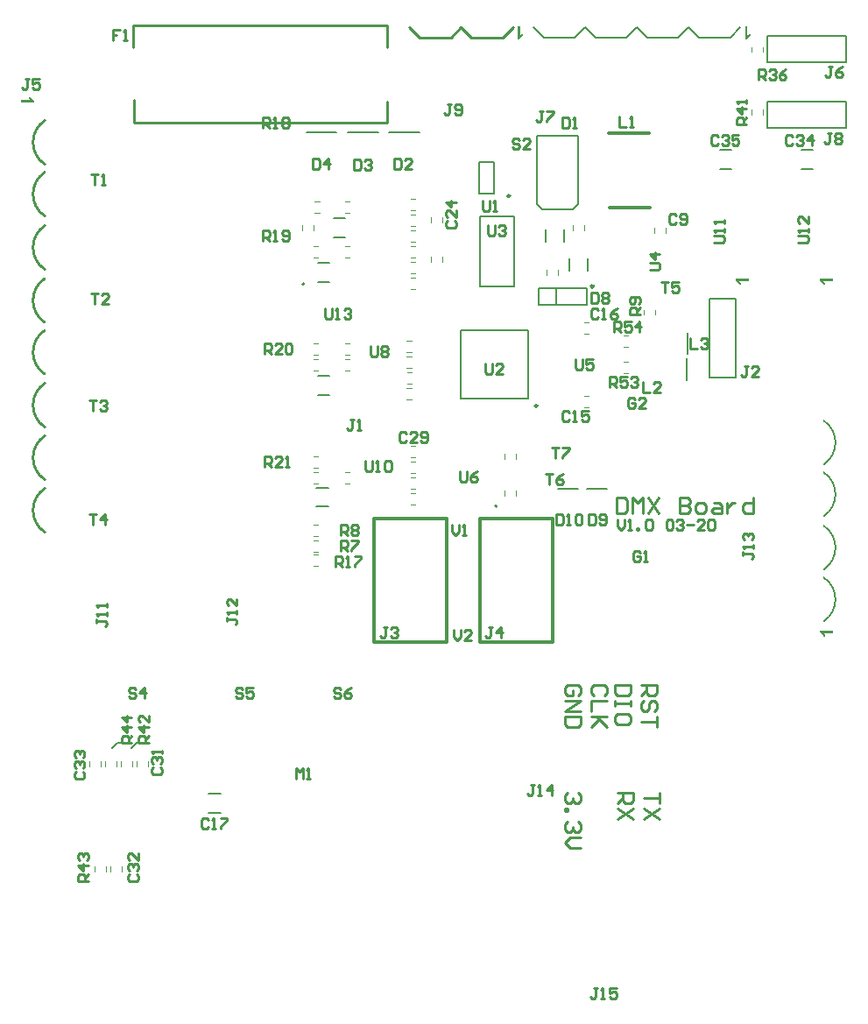
<source format=gto>
G04 Layer_Color=65535*
%FSLAX25Y25*%
%MOIN*%
G70*
G01*
G75*
%ADD40C,0.00787*%
%ADD90C,0.01000*%
%ADD91C,0.00827*%
%ADD92C,0.01181*%
%ADD93C,0.00984*%
%ADD94C,0.00394*%
%ADD95C,0.01200*%
%ADD96C,0.00591*%
%ADD97C,0.00748*%
G36*
X276937Y-98438D02*
X273285D01*
X273292Y-98446D01*
X273307Y-98460D01*
X273328Y-98489D01*
X273365Y-98533D01*
X273409Y-98584D01*
X273452Y-98642D01*
X273503Y-98715D01*
X273562Y-98796D01*
X273620Y-98883D01*
X273678Y-98978D01*
X273744Y-99080D01*
X273802Y-99189D01*
X273912Y-99423D01*
X274014Y-99685D01*
X273139D01*
Y-99678D01*
X273132Y-99670D01*
X273124Y-99649D01*
X273117Y-99619D01*
X273081Y-99546D01*
X273037Y-99444D01*
X272978Y-99321D01*
X272898Y-99182D01*
X272796Y-99029D01*
X272680Y-98869D01*
X272672Y-98861D01*
X272665Y-98847D01*
X272643Y-98825D01*
X272614Y-98796D01*
X272541Y-98715D01*
X272446Y-98628D01*
X272330Y-98526D01*
X272184Y-98424D01*
X272031Y-98329D01*
X271863Y-98256D01*
Y-97469D01*
X276937D01*
Y-98438D01*
D02*
G37*
G36*
X276312Y-4833D02*
X276320Y-4826D01*
X276334Y-4812D01*
X276363Y-4790D01*
X276407Y-4753D01*
X276458Y-4710D01*
X276517Y-4666D01*
X276589Y-4615D01*
X276670Y-4556D01*
X276757Y-4498D01*
X276852Y-4440D01*
X276954Y-4374D01*
X277063Y-4316D01*
X277297Y-4206D01*
X277559Y-4104D01*
Y-4979D01*
X277552D01*
X277544Y-4986D01*
X277523Y-4994D01*
X277493Y-5001D01*
X277421Y-5037D01*
X277319Y-5081D01*
X277195Y-5140D01*
X277056Y-5220D01*
X276903Y-5322D01*
X276743Y-5438D01*
X276735Y-5446D01*
X276721Y-5453D01*
X276699Y-5475D01*
X276670Y-5504D01*
X276589Y-5577D01*
X276502Y-5672D01*
X276400Y-5788D01*
X276298Y-5934D01*
X276203Y-6087D01*
X276130Y-6255D01*
X275343D01*
Y-1181D01*
X276312D01*
Y-4833D01*
D02*
G37*
G36*
X189698D02*
X189706Y-4826D01*
X189720Y-4812D01*
X189749Y-4790D01*
X189793Y-4753D01*
X189844Y-4710D01*
X189902Y-4666D01*
X189975Y-4615D01*
X190056Y-4556D01*
X190143Y-4498D01*
X190238Y-4440D01*
X190340Y-4374D01*
X190449Y-4316D01*
X190682Y-4206D01*
X190945Y-4104D01*
Y-4979D01*
X190938D01*
X190930Y-4986D01*
X190908Y-4994D01*
X190879Y-5001D01*
X190806Y-5037D01*
X190704Y-5081D01*
X190580Y-5140D01*
X190442Y-5220D01*
X190289Y-5322D01*
X190128Y-5438D01*
X190121Y-5446D01*
X190106Y-5453D01*
X190085Y-5475D01*
X190056Y-5504D01*
X189975Y-5577D01*
X189888Y-5672D01*
X189786Y-5788D01*
X189684Y-5934D01*
X189589Y-6087D01*
X189516Y-6255D01*
X188729D01*
Y-1181D01*
X189698D01*
Y-4833D01*
D02*
G37*
G36*
X3542Y-28204D02*
X3550Y-28211D01*
X3557Y-28233D01*
X3564Y-28262D01*
X3601Y-28335D01*
X3644Y-28437D01*
X3703Y-28561D01*
X3783Y-28700D01*
X3885Y-28853D01*
X4002Y-29013D01*
X4009Y-29021D01*
X4016Y-29035D01*
X4038Y-29057D01*
X4067Y-29086D01*
X4140Y-29166D01*
X4235Y-29254D01*
X4351Y-29356D01*
X4497Y-29458D01*
X4650Y-29553D01*
X4818Y-29626D01*
Y-30413D01*
X-256D01*
Y-29443D01*
X3396D01*
X3389Y-29436D01*
X3374Y-29422D01*
X3353Y-29392D01*
X3316Y-29349D01*
X3272Y-29298D01*
X3229Y-29239D01*
X3178Y-29166D01*
X3119Y-29086D01*
X3061Y-28999D01*
X3003Y-28904D01*
X2937Y-28802D01*
X2879Y-28693D01*
X2770Y-28459D01*
X2667Y-28197D01*
X3542D01*
Y-28204D01*
D02*
G37*
G36*
X309000Y-232253D02*
X305348D01*
X305355Y-232261D01*
X305370Y-232275D01*
X305391Y-232304D01*
X305428Y-232348D01*
X305472Y-232399D01*
X305515Y-232457D01*
X305566Y-232530D01*
X305625Y-232611D01*
X305683Y-232698D01*
X305741Y-232793D01*
X305807Y-232895D01*
X305865Y-233004D01*
X305975Y-233238D01*
X306077Y-233500D01*
X305202D01*
Y-233493D01*
X305195Y-233485D01*
X305187Y-233464D01*
X305180Y-233434D01*
X305144Y-233362D01*
X305100Y-233259D01*
X305042Y-233136D01*
X304961Y-232997D01*
X304859Y-232844D01*
X304743Y-232683D01*
X304735Y-232676D01*
X304728Y-232662D01*
X304706Y-232640D01*
X304677Y-232611D01*
X304604Y-232530D01*
X304509Y-232443D01*
X304393Y-232341D01*
X304247Y-232239D01*
X304094Y-232144D01*
X303926Y-232071D01*
Y-231284D01*
X309000D01*
Y-232253D01*
D02*
G37*
G36*
X308937Y-98438D02*
X305285D01*
X305292Y-98446D01*
X305307Y-98460D01*
X305328Y-98489D01*
X305365Y-98533D01*
X305409Y-98584D01*
X305452Y-98642D01*
X305503Y-98715D01*
X305562Y-98796D01*
X305620Y-98883D01*
X305678Y-98978D01*
X305744Y-99080D01*
X305802Y-99189D01*
X305912Y-99423D01*
X306014Y-99685D01*
X305139D01*
Y-99678D01*
X305132Y-99670D01*
X305124Y-99649D01*
X305117Y-99619D01*
X305081Y-99546D01*
X305037Y-99444D01*
X304978Y-99321D01*
X304898Y-99182D01*
X304796Y-99029D01*
X304680Y-98869D01*
X304672Y-98861D01*
X304665Y-98847D01*
X304643Y-98825D01*
X304614Y-98796D01*
X304541Y-98715D01*
X304446Y-98628D01*
X304330Y-98526D01*
X304184Y-98424D01*
X304031Y-98329D01*
X303863Y-98256D01*
Y-97469D01*
X308937D01*
Y-98438D01*
D02*
G37*
D40*
X107614Y-99370D02*
G03*
X107614Y-99370I-394J0D01*
G01*
X112236Y-176866D02*
X116764D01*
X112236Y-183953D02*
X116764D01*
X112736Y-91457D02*
X117264D01*
X112736Y-98543D02*
X117264D01*
X118736Y-74457D02*
X123264D01*
X118736Y-81543D02*
X123264D01*
X272000Y-135000D02*
Y-105000D01*
X262000D02*
X272000D01*
X262000Y-135000D02*
Y-105000D01*
Y-135000D02*
X272000D01*
X284000Y-5000D02*
X314000D01*
X284000Y-15000D02*
Y-5000D01*
Y-15000D02*
X314000D01*
Y-5000D01*
X284000Y-30000D02*
X314000D01*
X284000Y-40000D02*
Y-30000D01*
Y-40000D02*
X314000D01*
Y-30000D01*
X296736Y-48457D02*
X301264D01*
X296736Y-55543D02*
X301264D01*
X210630Y-5512D02*
X214567Y-1575D01*
X194882D02*
X198819Y-5512D01*
X210630D01*
X218504D02*
X230315D01*
X214567Y-1575D02*
X218504Y-5512D01*
X230315D02*
X234252Y-1575D01*
X238189Y-5512D02*
X250000D01*
X234252Y-1575D02*
X238189Y-5512D01*
X250000D02*
X253937Y-1575D01*
X257874Y-5512D02*
X269685D01*
X253937Y-1575D02*
X257874Y-5512D01*
X269685D02*
X273622Y-1575D01*
X196126Y-43024D02*
X211874D01*
X209906Y-70976D02*
X211874Y-69008D01*
X196126D02*
X198094Y-70976D01*
X209906D02*
X211874Y-69008D01*
Y-43024D01*
X198094Y-70976D02*
X209906D01*
X196126Y-69008D02*
X198094Y-70976D01*
X196126Y-69008D02*
Y-43024D01*
X112736Y-134457D02*
X117264D01*
X112736Y-141543D02*
X117264D01*
X36500Y-274000D02*
X38500D01*
X34500Y-276000D02*
X36500Y-274000D01*
X42000Y-276000D02*
X44250Y-273750D01*
X71224Y-293457D02*
X75752D01*
X71224Y-300543D02*
X75752D01*
X265736Y-48457D02*
X270264D01*
X265736Y-55543D02*
X270264D01*
X199457Y-83264D02*
Y-78736D01*
X206543Y-83264D02*
Y-78736D01*
X196945Y-107150D02*
X215055D01*
X196945D02*
Y-100850D01*
X215055D01*
Y-107150D02*
Y-100850D01*
X203638Y-107150D02*
Y-100850D01*
X208457Y-94264D02*
Y-89736D01*
X215543Y-94264D02*
Y-89736D01*
X179953Y-65102D02*
Y-52898D01*
X174047Y-65102D02*
Y-52898D01*
Y-65102D02*
X179953D01*
X174047Y-52898D02*
X179953D01*
X174602Y-73811D02*
X187398D01*
X174602Y-100189D02*
X187398D01*
Y-73811D01*
X174602Y-100189D02*
Y-73811D01*
X167008Y-117008D02*
X192992D01*
X167008Y-142992D02*
X192992D01*
X167008D02*
Y-117008D01*
X192992Y-142992D02*
Y-117008D01*
D90*
X8862Y-177180D02*
G03*
X8862Y-193821I5547J-8320D01*
G01*
Y-157179D02*
G03*
X8862Y-173820I5547J-8320D01*
G01*
Y-137180D02*
G03*
X8862Y-153821I5547J-8320D01*
G01*
Y-117022D02*
G03*
X8862Y-133663I5547J-8320D01*
G01*
Y-97337D02*
G03*
X8862Y-113978I5547J-8320D01*
G01*
Y-77179D02*
G03*
X8862Y-93821I5547J-8320D01*
G01*
Y-56865D02*
G03*
X8862Y-73506I5547J-8320D01*
G01*
Y-37179D02*
G03*
X8862Y-53821I5547J-8320D01*
G01*
X227500Y-35564D02*
Y-39500D01*
X230124D01*
X231436D02*
X232748D01*
X232092D01*
Y-35564D01*
X231436Y-36220D01*
X206000Y-36064D02*
Y-40000D01*
X207968D01*
X208624Y-39344D01*
Y-36720D01*
X207968Y-36064D01*
X206000D01*
X209936Y-40000D02*
X211248D01*
X210592D01*
Y-36064D01*
X209936Y-36720D01*
X179124Y-230064D02*
X177812D01*
X178468D01*
Y-233344D01*
X177812Y-234000D01*
X177156D01*
X176500Y-233344D01*
X182404Y-234000D02*
Y-230064D01*
X180436Y-232032D01*
X183060D01*
X139124Y-230064D02*
X137812D01*
X138468D01*
Y-233344D01*
X137812Y-234000D01*
X137156D01*
X136500Y-233344D01*
X140436Y-230720D02*
X141092Y-230064D01*
X142404D01*
X143060Y-230720D01*
Y-231376D01*
X142404Y-232032D01*
X141748D01*
X142404D01*
X143060Y-232688D01*
Y-233344D01*
X142404Y-234000D01*
X141092D01*
X140436Y-233344D01*
X115500Y-108564D02*
Y-111844D01*
X116156Y-112500D01*
X117468D01*
X118124Y-111844D01*
Y-108564D01*
X119436Y-112500D02*
X120748D01*
X120092D01*
Y-108564D01*
X119436Y-109220D01*
X122715D02*
X123372Y-108564D01*
X124683D01*
X125339Y-109220D01*
Y-109876D01*
X124683Y-110532D01*
X124027D01*
X124683D01*
X125339Y-111188D01*
Y-111844D01*
X124683Y-112500D01*
X123372D01*
X122715Y-111844D01*
X249124Y-73220D02*
X248468Y-72564D01*
X247156D01*
X246500Y-73220D01*
Y-75844D01*
X247156Y-76500D01*
X248468D01*
X249124Y-75844D01*
X250436D02*
X251092Y-76500D01*
X252404D01*
X253060Y-75844D01*
Y-73220D01*
X252404Y-72564D01*
X251092D01*
X250436Y-73220D01*
Y-73876D01*
X251092Y-74532D01*
X253060D01*
X208624Y-148220D02*
X207968Y-147564D01*
X206656D01*
X206000Y-148220D01*
Y-150844D01*
X206656Y-151500D01*
X207968D01*
X208624Y-150844D01*
X209936Y-151500D02*
X211248D01*
X210592D01*
Y-147564D01*
X209936Y-148220D01*
X215839Y-147564D02*
X213215D01*
Y-149532D01*
X214527Y-148876D01*
X215183D01*
X215839Y-149532D01*
Y-150844D01*
X215183Y-151500D01*
X213872D01*
X213215Y-150844D01*
X219624Y-109220D02*
X218968Y-108564D01*
X217656D01*
X217000Y-109220D01*
Y-111844D01*
X217656Y-112500D01*
X218968D01*
X219624Y-111844D01*
X220936Y-112500D02*
X222248D01*
X221592D01*
Y-108564D01*
X220936Y-109220D01*
X226839Y-108564D02*
X225527Y-109220D01*
X224216Y-110532D01*
Y-111844D01*
X224871Y-112500D01*
X226183D01*
X226839Y-111844D01*
Y-111188D01*
X226183Y-110532D01*
X224216D01*
X71124Y-303220D02*
X70468Y-302564D01*
X69156D01*
X68500Y-303220D01*
Y-305844D01*
X69156Y-306500D01*
X70468D01*
X71124Y-305844D01*
X72436Y-306500D02*
X73748D01*
X73092D01*
Y-302564D01*
X72436Y-303220D01*
X75716Y-302564D02*
X78339D01*
Y-303220D01*
X75716Y-305844D01*
Y-306500D01*
X162220Y-75376D02*
X161564Y-76032D01*
Y-77344D01*
X162220Y-78000D01*
X164844D01*
X165500Y-77344D01*
Y-76032D01*
X164844Y-75376D01*
X165500Y-71440D02*
Y-74064D01*
X162876Y-71440D01*
X162220D01*
X161564Y-72096D01*
Y-73408D01*
X162220Y-74064D01*
X165500Y-68161D02*
X161564D01*
X163532Y-70129D01*
Y-67505D01*
X146624Y-156220D02*
X145968Y-155564D01*
X144656D01*
X144000Y-156220D01*
Y-158844D01*
X144656Y-159500D01*
X145968D01*
X146624Y-158844D01*
X150560Y-159500D02*
X147936D01*
X150560Y-156876D01*
Y-156220D01*
X149904Y-155564D01*
X148592D01*
X147936Y-156220D01*
X151872Y-158844D02*
X152527Y-159500D01*
X153839D01*
X154495Y-158844D01*
Y-156220D01*
X153839Y-155564D01*
X152527D01*
X151872Y-156220D01*
Y-156876D01*
X152527Y-157532D01*
X154495D01*
X50220Y-283376D02*
X49564Y-284032D01*
Y-285344D01*
X50220Y-286000D01*
X52844D01*
X53500Y-285344D01*
Y-284032D01*
X52844Y-283376D01*
X50220Y-282064D02*
X49564Y-281408D01*
Y-280096D01*
X50220Y-279440D01*
X50876D01*
X51532Y-280096D01*
Y-280752D01*
Y-280096D01*
X52188Y-279440D01*
X52844D01*
X53500Y-280096D01*
Y-281408D01*
X52844Y-282064D01*
X53500Y-278129D02*
Y-276817D01*
Y-277473D01*
X49564D01*
X50220Y-278129D01*
X41220Y-323876D02*
X40564Y-324532D01*
Y-325844D01*
X41220Y-326500D01*
X43844D01*
X44500Y-325844D01*
Y-324532D01*
X43844Y-323876D01*
X41220Y-322564D02*
X40564Y-321908D01*
Y-320596D01*
X41220Y-319940D01*
X41876D01*
X42532Y-320596D01*
Y-321252D01*
Y-320596D01*
X43188Y-319940D01*
X43844D01*
X44500Y-320596D01*
Y-321908D01*
X43844Y-322564D01*
X44500Y-316005D02*
Y-318629D01*
X41876Y-316005D01*
X41220D01*
X40564Y-316661D01*
Y-317973D01*
X41220Y-318629D01*
X20720Y-284876D02*
X20064Y-285532D01*
Y-286844D01*
X20720Y-287500D01*
X23344D01*
X24000Y-286844D01*
Y-285532D01*
X23344Y-284876D01*
X20720Y-283564D02*
X20064Y-282908D01*
Y-281596D01*
X20720Y-280940D01*
X21376D01*
X22032Y-281596D01*
Y-282252D01*
Y-281596D01*
X22688Y-280940D01*
X23344D01*
X24000Y-281596D01*
Y-282908D01*
X23344Y-283564D01*
X20720Y-279628D02*
X20064Y-278973D01*
Y-277661D01*
X20720Y-277005D01*
X21376D01*
X22032Y-277661D01*
Y-278317D01*
Y-277661D01*
X22688Y-277005D01*
X23344D01*
X24000Y-277661D01*
Y-278973D01*
X23344Y-279628D01*
X293624Y-43220D02*
X292968Y-42564D01*
X291656D01*
X291000Y-43220D01*
Y-45844D01*
X291656Y-46500D01*
X292968D01*
X293624Y-45844D01*
X294936Y-43220D02*
X295592Y-42564D01*
X296904D01*
X297560Y-43220D01*
Y-43876D01*
X296904Y-44532D01*
X296248D01*
X296904D01*
X297560Y-45188D01*
Y-45844D01*
X296904Y-46500D01*
X295592D01*
X294936Y-45844D01*
X300839Y-46500D02*
Y-42564D01*
X298871Y-44532D01*
X301495D01*
X265124Y-43220D02*
X264468Y-42564D01*
X263156D01*
X262500Y-43220D01*
Y-45844D01*
X263156Y-46500D01*
X264468D01*
X265124Y-45844D01*
X266436Y-43220D02*
X267092Y-42564D01*
X268404D01*
X269060Y-43220D01*
Y-43876D01*
X268404Y-44532D01*
X267748D01*
X268404D01*
X269060Y-45188D01*
Y-45844D01*
X268404Y-46500D01*
X267092D01*
X266436Y-45844D01*
X272995Y-42564D02*
X270372D01*
Y-44532D01*
X271683Y-43876D01*
X272339D01*
X272995Y-44532D01*
Y-45844D01*
X272339Y-46500D01*
X271027D01*
X270372Y-45844D01*
X142000Y-51564D02*
Y-55500D01*
X143968D01*
X144624Y-54844D01*
Y-52220D01*
X143968Y-51564D01*
X142000D01*
X148560Y-55500D02*
X145936D01*
X148560Y-52876D01*
Y-52220D01*
X147904Y-51564D01*
X146592D01*
X145936Y-52220D01*
X126500Y-52064D02*
Y-56000D01*
X128468D01*
X129124Y-55344D01*
Y-52720D01*
X128468Y-52064D01*
X126500D01*
X130436Y-52720D02*
X131092Y-52064D01*
X132404D01*
X133060Y-52720D01*
Y-53376D01*
X132404Y-54032D01*
X131748D01*
X132404D01*
X133060Y-54688D01*
Y-55344D01*
X132404Y-56000D01*
X131092D01*
X130436Y-55344D01*
X111000Y-51564D02*
Y-55500D01*
X112968D01*
X113624Y-54844D01*
Y-52220D01*
X112968Y-51564D01*
X111000D01*
X116904Y-55500D02*
Y-51564D01*
X114936Y-53532D01*
X117560D01*
X217000Y-102564D02*
Y-106500D01*
X218968D01*
X219624Y-105844D01*
Y-103220D01*
X218968Y-102564D01*
X217000D01*
X220936Y-103220D02*
X221592Y-102564D01*
X222904D01*
X223560Y-103220D01*
Y-103876D01*
X222904Y-104532D01*
X223560Y-105188D01*
Y-105844D01*
X222904Y-106500D01*
X221592D01*
X220936Y-105844D01*
Y-105188D01*
X221592Y-104532D01*
X220936Y-103876D01*
Y-103220D01*
X221592Y-104532D02*
X222904D01*
X216000Y-187064D02*
Y-191000D01*
X217968D01*
X218624Y-190344D01*
Y-187720D01*
X217968Y-187064D01*
X216000D01*
X219936Y-190344D02*
X220592Y-191000D01*
X221904D01*
X222560Y-190344D01*
Y-187720D01*
X221904Y-187064D01*
X220592D01*
X219936Y-187720D01*
Y-188376D01*
X220592Y-189032D01*
X222560D01*
X203500Y-187064D02*
Y-191000D01*
X205468D01*
X206124Y-190344D01*
Y-187720D01*
X205468Y-187064D01*
X203500D01*
X207436Y-191000D02*
X208748D01*
X208092D01*
Y-187064D01*
X207436Y-187720D01*
X210716D02*
X211371Y-187064D01*
X212683D01*
X213339Y-187720D01*
Y-190344D01*
X212683Y-191000D01*
X211371D01*
X210716Y-190344D01*
Y-187720D01*
X235624Y-201720D02*
X234968Y-201064D01*
X233656D01*
X233000Y-201720D01*
Y-204344D01*
X233656Y-205000D01*
X234968D01*
X235624Y-204344D01*
Y-203032D01*
X234312D01*
X236936Y-205000D02*
X238248D01*
X237592D01*
Y-201064D01*
X236936Y-201720D01*
X233624Y-143220D02*
X232968Y-142564D01*
X231656D01*
X231000Y-143220D01*
Y-145844D01*
X231656Y-146500D01*
X232968D01*
X233624Y-145844D01*
Y-144532D01*
X232312D01*
X237560Y-146500D02*
X234936D01*
X237560Y-143876D01*
Y-143220D01*
X236904Y-142564D01*
X235592D01*
X234936Y-143220D01*
X276624Y-130564D02*
X275312D01*
X275968D01*
Y-133844D01*
X275312Y-134500D01*
X274656D01*
X274000Y-133844D01*
X280560Y-134500D02*
X277936D01*
X280560Y-131876D01*
Y-131220D01*
X279904Y-130564D01*
X278592D01*
X277936Y-131220D01*
X308624Y-16564D02*
X307312D01*
X307968D01*
Y-19844D01*
X307312Y-20500D01*
X306656D01*
X306000Y-19844D01*
X312560Y-16564D02*
X311248Y-17220D01*
X309936Y-18532D01*
Y-19844D01*
X310592Y-20500D01*
X311904D01*
X312560Y-19844D01*
Y-19188D01*
X311904Y-18532D01*
X309936D01*
X198624Y-33564D02*
X197312D01*
X197968D01*
Y-36844D01*
X197312Y-37500D01*
X196656D01*
X196000Y-36844D01*
X199936Y-33564D02*
X202560D01*
Y-34220D01*
X199936Y-36844D01*
Y-37500D01*
X308124Y-42064D02*
X306812D01*
X307468D01*
Y-45344D01*
X306812Y-46000D01*
X306156D01*
X305500Y-45344D01*
X309436Y-42720D02*
X310092Y-42064D01*
X311404D01*
X312060Y-42720D01*
Y-43376D01*
X311404Y-44032D01*
X312060Y-44688D01*
Y-45344D01*
X311404Y-46000D01*
X310092D01*
X309436Y-45344D01*
Y-44688D01*
X310092Y-44032D01*
X309436Y-43376D01*
Y-42720D01*
X310092Y-44032D02*
X311404D01*
X163624Y-31064D02*
X162312D01*
X162968D01*
Y-34344D01*
X162312Y-35000D01*
X161656D01*
X161000Y-34344D01*
X164936D02*
X165592Y-35000D01*
X166904D01*
X167560Y-34344D01*
Y-31720D01*
X166904Y-31064D01*
X165592D01*
X164936Y-31720D01*
Y-32376D01*
X165592Y-33032D01*
X167560D01*
X28564Y-226876D02*
Y-228188D01*
Y-227532D01*
X31844D01*
X32500Y-228188D01*
Y-228844D01*
X31844Y-229500D01*
X32500Y-225564D02*
Y-224252D01*
Y-224908D01*
X28564D01*
X29220Y-225564D01*
X32500Y-222285D02*
Y-220973D01*
Y-221628D01*
X28564D01*
X29220Y-222285D01*
X78064Y-226376D02*
Y-227688D01*
Y-227032D01*
X81344D01*
X82000Y-227688D01*
Y-228344D01*
X81344Y-229000D01*
X82000Y-225064D02*
Y-223752D01*
Y-224408D01*
X78064D01*
X78720Y-225064D01*
X82000Y-219161D02*
Y-221784D01*
X79376Y-219161D01*
X78720D01*
X78064Y-219817D01*
Y-221129D01*
X78720Y-221784D01*
X274564Y-201376D02*
Y-202688D01*
Y-202032D01*
X277844D01*
X278500Y-202688D01*
Y-203344D01*
X277844Y-204000D01*
X278500Y-200064D02*
Y-198752D01*
Y-199408D01*
X274564D01*
X275220Y-200064D01*
Y-196784D02*
X274564Y-196128D01*
Y-194817D01*
X275220Y-194161D01*
X275876D01*
X276532Y-194817D01*
Y-195473D01*
Y-194817D01*
X277188Y-194161D01*
X277844D01*
X278500Y-194817D01*
Y-196128D01*
X277844Y-196784D01*
X236500Y-136564D02*
Y-140500D01*
X239124D01*
X243060D02*
X240436D01*
X243060Y-137876D01*
Y-137220D01*
X242404Y-136564D01*
X241092D01*
X240436Y-137220D01*
X254500Y-120064D02*
Y-124000D01*
X257124D01*
X258436Y-120720D02*
X259092Y-120064D01*
X260404D01*
X261060Y-120720D01*
Y-121376D01*
X260404Y-122032D01*
X259748D01*
X260404D01*
X261060Y-122688D01*
Y-123344D01*
X260404Y-124000D01*
X259092D01*
X258436Y-123344D01*
X104500Y-287500D02*
Y-283564D01*
X105812Y-284876D01*
X107124Y-283564D01*
Y-287500D01*
X108436D02*
X109748D01*
X109092D01*
Y-283564D01*
X108436Y-284220D01*
X121500Y-201000D02*
Y-197064D01*
X123468D01*
X124124Y-197720D01*
Y-199032D01*
X123468Y-199688D01*
X121500D01*
X122812D02*
X124124Y-201000D01*
X125436Y-197064D02*
X128060D01*
Y-197720D01*
X125436Y-200344D01*
Y-201000D01*
X121500Y-195000D02*
Y-191064D01*
X123468D01*
X124124Y-191720D01*
Y-193032D01*
X123468Y-193688D01*
X121500D01*
X122812D02*
X124124Y-195000D01*
X125436Y-191720D02*
X126092Y-191064D01*
X127404D01*
X128060Y-191720D01*
Y-192376D01*
X127404Y-193032D01*
X128060Y-193688D01*
Y-194344D01*
X127404Y-195000D01*
X126092D01*
X125436Y-194344D01*
Y-193688D01*
X126092Y-193032D01*
X125436Y-192376D01*
Y-191720D01*
X126092Y-193032D02*
X127404D01*
X235500Y-111000D02*
X231564D01*
Y-109032D01*
X232220Y-108376D01*
X233532D01*
X234188Y-109032D01*
Y-111000D01*
Y-109688D02*
X235500Y-108376D01*
X234844Y-107064D02*
X235500Y-106408D01*
Y-105096D01*
X234844Y-104440D01*
X232220D01*
X231564Y-105096D01*
Y-106408D01*
X232220Y-107064D01*
X232876D01*
X233532Y-106408D01*
Y-104440D01*
X119500Y-207000D02*
Y-203064D01*
X121468D01*
X122124Y-203720D01*
Y-205032D01*
X121468Y-205688D01*
X119500D01*
X120812D02*
X122124Y-207000D01*
X123436D02*
X124748D01*
X124092D01*
Y-203064D01*
X123436Y-203720D01*
X126716Y-203064D02*
X129339D01*
Y-203720D01*
X126716Y-206344D01*
Y-207000D01*
X92000Y-40000D02*
Y-36064D01*
X93968D01*
X94624Y-36720D01*
Y-38032D01*
X93968Y-38688D01*
X92000D01*
X93312D02*
X94624Y-40000D01*
X95936D02*
X97248D01*
X96592D01*
Y-36064D01*
X95936Y-36720D01*
X99216D02*
X99871Y-36064D01*
X101183D01*
X101839Y-36720D01*
Y-37376D01*
X101183Y-38032D01*
X101839Y-38688D01*
Y-39344D01*
X101183Y-40000D01*
X99871D01*
X99216Y-39344D01*
Y-38688D01*
X99871Y-38032D01*
X99216Y-37376D01*
Y-36720D01*
X99871Y-38032D02*
X101183D01*
X92000Y-83000D02*
Y-79064D01*
X93968D01*
X94624Y-79720D01*
Y-81032D01*
X93968Y-81688D01*
X92000D01*
X93312D02*
X94624Y-83000D01*
X95936D02*
X97248D01*
X96592D01*
Y-79064D01*
X95936Y-79720D01*
X99216Y-82344D02*
X99871Y-83000D01*
X101183D01*
X101839Y-82344D01*
Y-79720D01*
X101183Y-79064D01*
X99871D01*
X99216Y-79720D01*
Y-80376D01*
X99871Y-81032D01*
X101839D01*
X92500Y-126000D02*
Y-122064D01*
X94468D01*
X95124Y-122720D01*
Y-124032D01*
X94468Y-124688D01*
X92500D01*
X93812D02*
X95124Y-126000D01*
X99060D02*
X96436D01*
X99060Y-123376D01*
Y-122720D01*
X98404Y-122064D01*
X97092D01*
X96436Y-122720D01*
X100372D02*
X101027Y-122064D01*
X102339D01*
X102995Y-122720D01*
Y-125344D01*
X102339Y-126000D01*
X101027D01*
X100372Y-125344D01*
Y-122720D01*
X92500Y-169000D02*
Y-165064D01*
X94468D01*
X95124Y-165720D01*
Y-167032D01*
X94468Y-167688D01*
X92500D01*
X93812D02*
X95124Y-169000D01*
X99060D02*
X96436D01*
X99060Y-166376D01*
Y-165720D01*
X98404Y-165064D01*
X97092D01*
X96436Y-165720D01*
X100372Y-169000D02*
X101683D01*
X101027D01*
Y-165064D01*
X100372Y-165720D01*
X280500Y-21500D02*
Y-17564D01*
X282468D01*
X283124Y-18220D01*
Y-19532D01*
X282468Y-20188D01*
X280500D01*
X281812D02*
X283124Y-21500D01*
X284436Y-18220D02*
X285092Y-17564D01*
X286404D01*
X287060Y-18220D01*
Y-18876D01*
X286404Y-19532D01*
X285748D01*
X286404D01*
X287060Y-20188D01*
Y-20844D01*
X286404Y-21500D01*
X285092D01*
X284436Y-20844D01*
X290995Y-17564D02*
X289683Y-18220D01*
X288371Y-19532D01*
Y-20844D01*
X289027Y-21500D01*
X290339D01*
X290995Y-20844D01*
Y-20188D01*
X290339Y-19532D01*
X288371D01*
X276000Y-38500D02*
X272064D01*
Y-36532D01*
X272720Y-35876D01*
X274032D01*
X274688Y-36532D01*
Y-38500D01*
Y-37188D02*
X276000Y-35876D01*
Y-32596D02*
X272064D01*
X274032Y-34564D01*
Y-31940D01*
X276000Y-30628D02*
Y-29317D01*
Y-29973D01*
X272064D01*
X272720Y-30628D01*
X48500Y-274000D02*
X44564D01*
Y-272032D01*
X45220Y-271376D01*
X46532D01*
X47188Y-272032D01*
Y-274000D01*
Y-272688D02*
X48500Y-271376D01*
Y-268096D02*
X44564D01*
X46532Y-270064D01*
Y-267440D01*
X48500Y-263505D02*
Y-266128D01*
X45876Y-263505D01*
X45220D01*
X44564Y-264161D01*
Y-265473D01*
X45220Y-266128D01*
X25500Y-326500D02*
X21564D01*
Y-324532D01*
X22220Y-323876D01*
X23532D01*
X24188Y-324532D01*
Y-326500D01*
Y-325188D02*
X25500Y-323876D01*
Y-320596D02*
X21564D01*
X23532Y-322564D01*
Y-319940D01*
X22220Y-318629D02*
X21564Y-317973D01*
Y-316661D01*
X22220Y-316005D01*
X22876D01*
X23532Y-316661D01*
Y-317317D01*
Y-316661D01*
X24188Y-316005D01*
X24844D01*
X25500Y-316661D01*
Y-317973D01*
X24844Y-318629D01*
X42000Y-274000D02*
X38064D01*
Y-272032D01*
X38720Y-271376D01*
X40032D01*
X40688Y-272032D01*
Y-274000D01*
Y-272688D02*
X42000Y-271376D01*
Y-268096D02*
X38064D01*
X40032Y-270064D01*
Y-267440D01*
X42000Y-264161D02*
X38064D01*
X40032Y-266128D01*
Y-263505D01*
X224000Y-138500D02*
Y-134564D01*
X225968D01*
X226624Y-135220D01*
Y-136532D01*
X225968Y-137188D01*
X224000D01*
X225312D02*
X226624Y-138500D01*
X230560Y-134564D02*
X227936D01*
Y-136532D01*
X229248Y-135876D01*
X229904D01*
X230560Y-136532D01*
Y-137844D01*
X229904Y-138500D01*
X228592D01*
X227936Y-137844D01*
X231872Y-135220D02*
X232527Y-134564D01*
X233839D01*
X234495Y-135220D01*
Y-135876D01*
X233839Y-136532D01*
X233183D01*
X233839D01*
X234495Y-137188D01*
Y-137844D01*
X233839Y-138500D01*
X232527D01*
X231872Y-137844D01*
X225500Y-117500D02*
Y-113564D01*
X227468D01*
X228124Y-114220D01*
Y-115532D01*
X227468Y-116188D01*
X225500D01*
X226812D02*
X228124Y-117500D01*
X232060Y-113564D02*
X229436D01*
Y-115532D01*
X230748Y-114876D01*
X231404D01*
X232060Y-115532D01*
Y-116844D01*
X231404Y-117500D01*
X230092D01*
X229436Y-116844D01*
X235339Y-117500D02*
Y-113564D01*
X233371Y-115532D01*
X235995D01*
X189624Y-44720D02*
X188968Y-44064D01*
X187656D01*
X187000Y-44720D01*
Y-45376D01*
X187656Y-46032D01*
X188968D01*
X189624Y-46688D01*
Y-47344D01*
X188968Y-48000D01*
X187656D01*
X187000Y-47344D01*
X193560Y-48000D02*
X190936D01*
X193560Y-45376D01*
Y-44720D01*
X192904Y-44064D01*
X191592D01*
X190936Y-44720D01*
X43624Y-253720D02*
X42968Y-253064D01*
X41656D01*
X41000Y-253720D01*
Y-254376D01*
X41656Y-255032D01*
X42968D01*
X43624Y-255688D01*
Y-256344D01*
X42968Y-257000D01*
X41656D01*
X41000Y-256344D01*
X46904Y-257000D02*
Y-253064D01*
X44936Y-255032D01*
X47560D01*
X84124Y-253720D02*
X83468Y-253064D01*
X82156D01*
X81500Y-253720D01*
Y-254376D01*
X82156Y-255032D01*
X83468D01*
X84124Y-255688D01*
Y-256344D01*
X83468Y-257000D01*
X82156D01*
X81500Y-256344D01*
X88060Y-253064D02*
X85436D01*
Y-255032D01*
X86748Y-254376D01*
X87404D01*
X88060Y-255032D01*
Y-256344D01*
X87404Y-257000D01*
X86092D01*
X85436Y-256344D01*
X121624Y-253720D02*
X120968Y-253064D01*
X119656D01*
X119000Y-253720D01*
Y-254376D01*
X119656Y-255032D01*
X120968D01*
X121624Y-255688D01*
Y-256344D01*
X120968Y-257000D01*
X119656D01*
X119000Y-256344D01*
X125560Y-253064D02*
X124248Y-253720D01*
X122936Y-255032D01*
Y-256344D01*
X123592Y-257000D01*
X124904D01*
X125560Y-256344D01*
Y-255688D01*
X124904Y-255032D01*
X122936D01*
X26500Y-57564D02*
X29124D01*
X27812D01*
Y-61500D01*
X30436D02*
X31748D01*
X31092D01*
Y-57564D01*
X30436Y-58220D01*
X26500Y-103064D02*
X29124D01*
X27812D01*
Y-107000D01*
X33060D02*
X30436D01*
X33060Y-104376D01*
Y-103720D01*
X32404Y-103064D01*
X31092D01*
X30436Y-103720D01*
X26000Y-143564D02*
X28624D01*
X27312D01*
Y-147500D01*
X29936Y-144220D02*
X30592Y-143564D01*
X31904D01*
X32560Y-144220D01*
Y-144876D01*
X31904Y-145532D01*
X31248D01*
X31904D01*
X32560Y-146188D01*
Y-146844D01*
X31904Y-147500D01*
X30592D01*
X29936Y-146844D01*
X26000Y-187064D02*
X28624D01*
X27312D01*
Y-191000D01*
X31904D02*
Y-187064D01*
X29936Y-189032D01*
X32560D01*
X243500Y-98564D02*
X246124D01*
X244812D01*
Y-102500D01*
X250060Y-98564D02*
X247436D01*
Y-100532D01*
X248748Y-99876D01*
X249404D01*
X250060Y-100532D01*
Y-101844D01*
X249404Y-102500D01*
X248092D01*
X247436Y-101844D01*
X199500Y-171564D02*
X202124D01*
X200812D01*
Y-175500D01*
X206060Y-171564D02*
X204748Y-172220D01*
X203436Y-173532D01*
Y-174844D01*
X204092Y-175500D01*
X205404D01*
X206060Y-174844D01*
Y-174188D01*
X205404Y-173532D01*
X203436D01*
X202000Y-161564D02*
X204624D01*
X203312D01*
Y-165500D01*
X205936Y-161564D02*
X208560D01*
Y-162220D01*
X205936Y-164844D01*
Y-165500D01*
X175500Y-67564D02*
Y-70844D01*
X176156Y-71500D01*
X177468D01*
X178124Y-70844D01*
Y-67564D01*
X179436Y-71500D02*
X180748D01*
X180092D01*
Y-67564D01*
X179436Y-68220D01*
X176500Y-129564D02*
Y-132844D01*
X177156Y-133500D01*
X178468D01*
X179124Y-132844D01*
Y-129564D01*
X183060Y-133500D02*
X180436D01*
X183060Y-130876D01*
Y-130220D01*
X182404Y-129564D01*
X181092D01*
X180436Y-130220D01*
X177500Y-77064D02*
Y-80344D01*
X178156Y-81000D01*
X179468D01*
X180124Y-80344D01*
Y-77064D01*
X181436Y-77720D02*
X182092Y-77064D01*
X183404D01*
X184060Y-77720D01*
Y-78376D01*
X183404Y-79032D01*
X182748D01*
X183404D01*
X184060Y-79688D01*
Y-80344D01*
X183404Y-81000D01*
X182092D01*
X181436Y-80344D01*
X239064Y-94000D02*
X242344D01*
X243000Y-93344D01*
Y-92032D01*
X242344Y-91376D01*
X239064D01*
X243000Y-88096D02*
X239064D01*
X241032Y-90064D01*
Y-87440D01*
X211000Y-128064D02*
Y-131344D01*
X211656Y-132000D01*
X212968D01*
X213624Y-131344D01*
Y-128064D01*
X217560D02*
X214936D01*
Y-130032D01*
X216248Y-129376D01*
X216904D01*
X217560Y-130032D01*
Y-131344D01*
X216904Y-132000D01*
X215592D01*
X214936Y-131344D01*
X167000Y-170564D02*
Y-173844D01*
X167656Y-174500D01*
X168968D01*
X169624Y-173844D01*
Y-170564D01*
X173560D02*
X172248Y-171220D01*
X170936Y-172532D01*
Y-173844D01*
X171592Y-174500D01*
X172904D01*
X173560Y-173844D01*
Y-173188D01*
X172904Y-172532D01*
X170936D01*
X133000Y-123064D02*
Y-126344D01*
X133656Y-127000D01*
X134968D01*
X135624Y-126344D01*
Y-123064D01*
X136936Y-123720D02*
X137592Y-123064D01*
X138904D01*
X139560Y-123720D01*
Y-124376D01*
X138904Y-125032D01*
X139560Y-125688D01*
Y-126344D01*
X138904Y-127000D01*
X137592D01*
X136936Y-126344D01*
Y-125688D01*
X137592Y-125032D01*
X136936Y-124376D01*
Y-123720D01*
X137592Y-125032D02*
X138904D01*
X131000Y-166564D02*
Y-169844D01*
X131656Y-170500D01*
X132968D01*
X133624Y-169844D01*
Y-166564D01*
X134936Y-170500D02*
X136248D01*
X135592D01*
Y-166564D01*
X134936Y-167220D01*
X138215D02*
X138872Y-166564D01*
X140183D01*
X140839Y-167220D01*
Y-169844D01*
X140183Y-170500D01*
X138872D01*
X138215Y-169844D01*
Y-167220D01*
X263564Y-83500D02*
X266844D01*
X267500Y-82844D01*
Y-81532D01*
X266844Y-80876D01*
X263564D01*
X267500Y-79564D02*
Y-78252D01*
Y-78908D01*
X263564D01*
X264220Y-79564D01*
X267500Y-76284D02*
Y-74973D01*
Y-75629D01*
X263564D01*
X264220Y-76284D01*
X295564Y-83500D02*
X298844D01*
X299500Y-82844D01*
Y-81532D01*
X298844Y-80876D01*
X295564D01*
X299500Y-79564D02*
Y-78252D01*
Y-78908D01*
X295564D01*
X296220Y-79564D01*
X299500Y-73661D02*
Y-76284D01*
X296876Y-73661D01*
X296220D01*
X295564Y-74317D01*
Y-75629D01*
X296220Y-76284D01*
X164000Y-191064D02*
Y-193688D01*
X165312Y-195000D01*
X166624Y-193688D01*
Y-191064D01*
X167936Y-195000D02*
X169248D01*
X168592D01*
Y-191064D01*
X167936Y-191720D01*
X164500Y-231064D02*
Y-233688D01*
X165812Y-235000D01*
X167124Y-233688D01*
Y-231064D01*
X171060Y-235000D02*
X168436D01*
X171060Y-232376D01*
Y-231720D01*
X170404Y-231064D01*
X169092D01*
X168436Y-231720D01*
X37624Y-2564D02*
X35000D01*
Y-4532D01*
X36312D01*
X35000D01*
Y-6500D01*
X38936D02*
X40248D01*
X39592D01*
Y-2564D01*
X38936Y-3220D01*
X2833Y-21264D02*
X1521D01*
X2177D01*
Y-24544D01*
X1521Y-25200D01*
X865D01*
X209Y-24544D01*
X6769Y-21264D02*
X4145D01*
Y-23232D01*
X5457Y-22576D01*
X6113D01*
X6769Y-23232D01*
Y-24544D01*
X6113Y-25200D01*
X4801D01*
X4145Y-24544D01*
X126624Y-151064D02*
X125312D01*
X125968D01*
Y-154344D01*
X125312Y-155000D01*
X124656D01*
X124000Y-154344D01*
X127936Y-155000D02*
X129248D01*
X128592D01*
Y-151064D01*
X127936Y-151720D01*
X219133Y-367264D02*
X217821D01*
X218477D01*
Y-370544D01*
X217821Y-371200D01*
X217165D01*
X216510Y-370544D01*
X220445Y-371200D02*
X221757D01*
X221101D01*
Y-367264D01*
X220445Y-367920D01*
X226349Y-367264D02*
X223725D01*
Y-369232D01*
X225037Y-368576D01*
X225693D01*
X226349Y-369232D01*
Y-370544D01*
X225693Y-371200D01*
X224381D01*
X223725Y-370544D01*
X195124Y-290064D02*
X193812D01*
X194468D01*
Y-293344D01*
X193812Y-294000D01*
X193156D01*
X192500Y-293344D01*
X196436Y-294000D02*
X197748D01*
X197092D01*
Y-290064D01*
X196436Y-290720D01*
X201683Y-294000D02*
Y-290064D01*
X199715Y-292032D01*
X202339D01*
X211998Y-293000D02*
X212998Y-294000D01*
Y-295999D01*
X211998Y-296999D01*
X210999D01*
X209999Y-295999D01*
Y-294999D01*
Y-295999D01*
X208999Y-296999D01*
X208000D01*
X207000Y-295999D01*
Y-294000D01*
X208000Y-293000D01*
X207000Y-298998D02*
X208000D01*
Y-299998D01*
X207000D01*
Y-298998D01*
X211998Y-303996D02*
X212998Y-304996D01*
Y-306996D01*
X211998Y-307995D01*
X210999D01*
X209999Y-306996D01*
Y-305996D01*
Y-306996D01*
X208999Y-307995D01*
X208000D01*
X207000Y-306996D01*
Y-304996D01*
X208000Y-303996D01*
X212998Y-309995D02*
X208999D01*
X207000Y-311994D01*
X208999Y-313993D01*
X212998D01*
X221998Y-255999D02*
X222998Y-254999D01*
Y-253000D01*
X221998Y-252000D01*
X218000D01*
X217000Y-253000D01*
Y-254999D01*
X218000Y-255999D01*
X222998Y-257998D02*
X217000D01*
Y-261997D01*
X222998Y-263996D02*
X217000D01*
X218999D01*
X222998Y-267995D01*
X219999Y-264996D01*
X217000Y-267995D01*
X211998Y-255999D02*
X212998Y-254999D01*
Y-253000D01*
X211998Y-252000D01*
X208000D01*
X207000Y-253000D01*
Y-254999D01*
X208000Y-255999D01*
X209999D01*
Y-253999D01*
X207000Y-257998D02*
X212998D01*
X207000Y-261997D01*
X212998D01*
Y-263996D02*
X207000D01*
Y-266995D01*
X208000Y-267995D01*
X211998D01*
X212998Y-266995D01*
Y-263996D01*
X242998Y-293000D02*
Y-296999D01*
Y-294999D01*
X237000D01*
X242998Y-298998D02*
X237000Y-302997D01*
X242998D02*
X237000Y-298998D01*
X231998Y-252000D02*
X226000D01*
Y-254999D01*
X227000Y-255999D01*
X230998D01*
X231998Y-254999D01*
Y-252000D01*
Y-257998D02*
Y-259997D01*
Y-258998D01*
X226000D01*
Y-257998D01*
Y-259997D01*
X231998Y-265996D02*
Y-263996D01*
X230998Y-262996D01*
X227000D01*
X226000Y-263996D01*
Y-265996D01*
X227000Y-266995D01*
X230998D01*
X231998Y-265996D01*
X236000Y-252000D02*
X241998D01*
Y-254999D01*
X240998Y-255999D01*
X238999D01*
X237999Y-254999D01*
Y-252000D01*
Y-253999D02*
X236000Y-255999D01*
X240998Y-261997D02*
X241998Y-260997D01*
Y-258998D01*
X240998Y-257998D01*
X239999D01*
X238999Y-258998D01*
Y-260997D01*
X237999Y-261997D01*
X237000D01*
X236000Y-260997D01*
Y-258998D01*
X237000Y-257998D01*
X241998Y-263996D02*
Y-267995D01*
Y-265996D01*
X236000D01*
X227000Y-293000D02*
X232998D01*
Y-295999D01*
X231998Y-296999D01*
X229999D01*
X228999Y-295999D01*
Y-293000D01*
Y-294999D02*
X227000Y-296999D01*
X232998Y-298998D02*
X227000Y-302997D01*
X232998D02*
X227000Y-298998D01*
X226500Y-180502D02*
Y-186500D01*
X229499D01*
X230499Y-185500D01*
Y-181502D01*
X229499Y-180502D01*
X226500D01*
X232498Y-186500D02*
Y-180502D01*
X234497Y-182501D01*
X236497Y-180502D01*
Y-186500D01*
X238496Y-180502D02*
X242495Y-186500D01*
Y-180502D02*
X238496Y-186500D01*
X250492Y-180502D02*
Y-186500D01*
X253491D01*
X254491Y-185500D01*
Y-184501D01*
X253491Y-183501D01*
X250492D01*
X253491D01*
X254491Y-182501D01*
Y-181502D01*
X253491Y-180502D01*
X250492D01*
X257490Y-186500D02*
X259489D01*
X260489Y-185500D01*
Y-183501D01*
X259489Y-182501D01*
X257490D01*
X256490Y-183501D01*
Y-185500D01*
X257490Y-186500D01*
X263488Y-182501D02*
X265487D01*
X266487Y-183501D01*
Y-186500D01*
X263488D01*
X262488Y-185500D01*
X263488Y-184501D01*
X266487D01*
X268486Y-182501D02*
Y-186500D01*
Y-184501D01*
X269486Y-183501D01*
X270486Y-182501D01*
X271485D01*
X278483Y-180502D02*
Y-186500D01*
X275484D01*
X274484Y-185500D01*
Y-183501D01*
X275484Y-182501D01*
X278483D01*
X227000Y-189064D02*
Y-191688D01*
X228312Y-193000D01*
X229624Y-191688D01*
Y-189064D01*
X230936Y-193000D02*
X232248D01*
X231592D01*
Y-189064D01*
X230936Y-189720D01*
X234215Y-193000D02*
Y-192344D01*
X234872D01*
Y-193000D01*
X234215D01*
X237495Y-189720D02*
X238151Y-189064D01*
X239463D01*
X240119Y-189720D01*
Y-192344D01*
X239463Y-193000D01*
X238151D01*
X237495Y-192344D01*
Y-189720D01*
X245367D02*
X246023Y-189064D01*
X247335D01*
X247991Y-189720D01*
Y-192344D01*
X247335Y-193000D01*
X246023D01*
X245367Y-192344D01*
Y-189720D01*
X249303D02*
X249958Y-189064D01*
X251270D01*
X251926Y-189720D01*
Y-190376D01*
X251270Y-191032D01*
X250614D01*
X251270D01*
X251926Y-191688D01*
Y-192344D01*
X251270Y-193000D01*
X249958D01*
X249303Y-192344D01*
X253238Y-191032D02*
X255862D01*
X259798Y-193000D02*
X257174D01*
X259798Y-190376D01*
Y-189720D01*
X259142Y-189064D01*
X257830D01*
X257174Y-189720D01*
X261110D02*
X261766Y-189064D01*
X263078D01*
X263734Y-189720D01*
Y-192344D01*
X263078Y-193000D01*
X261766D01*
X261110Y-192344D01*
Y-189720D01*
D91*
X305330Y-227722D02*
G03*
X305330Y-211081I-5547J8320D01*
G01*
Y-187722D02*
G03*
X305330Y-171081I-5547J8320D01*
G01*
Y-168037D02*
G03*
X305330Y-151396I-5547J8320D01*
G01*
Y-208037D02*
G03*
X305330Y-191396I-5547J8320D01*
G01*
X181008Y-183925D02*
G03*
X181008Y-183925I-394J0D01*
G01*
D92*
X217665Y-100205D02*
G03*
X217665Y-100205I-394J0D01*
G01*
X223524Y-41831D02*
X238681D01*
X223917Y-70374D02*
X239075D01*
D93*
X185957Y-65890D02*
G03*
X185957Y-65890I-492J0D01*
G01*
X196339Y-145748D02*
G03*
X196339Y-145748I-492J0D01*
G01*
X171260Y-5512D02*
X183071D01*
X167323Y-1575D02*
X171260Y-5512D01*
X183071D02*
X187008Y-1575D01*
X163386Y-5512D02*
X167323Y-1575D01*
X147638D02*
X151575Y-5512D01*
X163386D01*
X42815Y-38091D02*
Y-29331D01*
Y-38091D02*
X139272D01*
X139173Y-9252D02*
X139272D01*
Y-984D01*
X42618D02*
X138779D01*
X42618Y-9252D02*
Y-1181D01*
X139272Y-38091D02*
Y-30118D01*
D94*
X148114Y-172835D02*
X149886D01*
X148114Y-177165D02*
X149886D01*
X148114Y-183165D02*
X149886D01*
X148114Y-178835D02*
X149886D01*
X148114Y-90835D02*
X149886D01*
X148114Y-95165D02*
X149886D01*
X148114Y-101165D02*
X149886D01*
X148114Y-96835D02*
X149886D01*
X148114Y-171165D02*
X149886D01*
X148114Y-166835D02*
X149886D01*
X148114Y-89165D02*
X149886D01*
X148114Y-84835D02*
X149886D01*
X111114Y-175165D02*
X112886D01*
X111114Y-170835D02*
X112886D01*
X111114Y-89165D02*
X112886D01*
X111114Y-84835D02*
X112886D01*
X183835Y-165886D02*
Y-164114D01*
X188165Y-165886D02*
Y-164114D01*
X183835Y-179886D02*
Y-178114D01*
X188165Y-179886D02*
Y-178114D01*
X146764Y-137165D02*
X148535D01*
X146764Y-132835D02*
X148535D01*
X146614Y-143165D02*
X148386D01*
X146614Y-138835D02*
X148386D01*
X148114Y-72835D02*
X149886D01*
X148114Y-77165D02*
X149886D01*
X148114Y-83165D02*
X149886D01*
X148114Y-78835D02*
X149886D01*
X146614Y-131165D02*
X148386D01*
X146614Y-126835D02*
X148386D01*
X148114Y-71165D02*
X149886D01*
X148114Y-66835D02*
X149886D01*
X111114Y-132165D02*
X112886D01*
X111114Y-127835D02*
X112886D01*
X111614Y-72165D02*
X113386D01*
X111614Y-67835D02*
X113386D01*
X111114Y-121835D02*
X112886D01*
X111114Y-126165D02*
X112886D01*
X111165Y-78886D02*
Y-77114D01*
X106835Y-78886D02*
Y-77114D01*
X146614Y-125165D02*
X148386D01*
X146614Y-120835D02*
X148386D01*
X214114Y-118165D02*
X215886D01*
X214114Y-113835D02*
X215886D01*
X214114Y-146165D02*
X215886D01*
X214114Y-141835D02*
X215886D01*
X204165Y-95886D02*
Y-94114D01*
X199835Y-95886D02*
Y-94114D01*
X214165Y-78886D02*
Y-77114D01*
X209835Y-78886D02*
Y-77114D01*
X123114Y-89165D02*
X124886D01*
X123114Y-84835D02*
X124886D01*
X123114Y-72165D02*
X124886D01*
X123114Y-67835D02*
X124886D01*
X123114Y-132165D02*
X124886D01*
X123114Y-127835D02*
X124886D01*
X123114Y-175165D02*
X124886D01*
X123114Y-170835D02*
X124886D01*
X123114Y-126165D02*
X124886D01*
X123114Y-121835D02*
X124886D01*
X282165Y-34886D02*
Y-33114D01*
X277835Y-34886D02*
Y-33114D01*
X282165Y-11035D02*
Y-9264D01*
X277835Y-11035D02*
Y-9264D01*
X111114Y-164835D02*
X112886D01*
X111114Y-169165D02*
X112886D01*
X148114Y-165165D02*
X149886D01*
X148114Y-160835D02*
X149886D01*
X111114Y-202335D02*
X112886D01*
X111114Y-206665D02*
X112886D01*
X111114Y-201165D02*
X112886D01*
X111114Y-196835D02*
X112886D01*
X111114Y-195165D02*
X112886D01*
X111114Y-190835D02*
X112886D01*
X25835Y-282886D02*
Y-281114D01*
X30165Y-282886D02*
Y-281114D01*
X43835Y-282886D02*
Y-281114D01*
X48165Y-282886D02*
Y-281114D01*
X37835Y-282886D02*
Y-281114D01*
X42165Y-282886D02*
Y-281114D01*
X31835Y-282886D02*
Y-281114D01*
X36165Y-282886D02*
Y-281114D01*
X38165Y-322886D02*
Y-321114D01*
X33835Y-322886D02*
Y-321114D01*
X32165Y-322886D02*
Y-321114D01*
X27835Y-322886D02*
Y-321114D01*
X229114Y-123165D02*
X230886D01*
X229114Y-118835D02*
X230886D01*
X229114Y-133165D02*
X230886D01*
X229114Y-128835D02*
X230886D01*
X236835Y-111035D02*
Y-109264D01*
X241165Y-111035D02*
Y-109264D01*
X245165Y-79886D02*
Y-78114D01*
X240835Y-79886D02*
Y-78114D01*
X160165Y-75886D02*
Y-74114D01*
X155835Y-75886D02*
Y-74114D01*
X160165Y-90886D02*
Y-89114D01*
X155835Y-90886D02*
Y-89114D01*
D95*
X134252Y-235748D02*
X161811D01*
X134252D02*
Y-188504D01*
X161811D01*
Y-235748D02*
Y-188504D01*
X174606Y-235748D02*
X202165D01*
X174606D02*
Y-188504D01*
X202165D01*
Y-235748D02*
Y-188504D01*
D96*
X108425Y-41614D02*
X119954D01*
X124173Y-41614D02*
X135702D01*
X139921D02*
X151450D01*
X215063Y-177189D02*
X222937D01*
X204063D02*
X211937D01*
X253419Y-126035D02*
Y-117847D01*
D97*
X253252Y-135858D02*
Y-127669D01*
M02*

</source>
